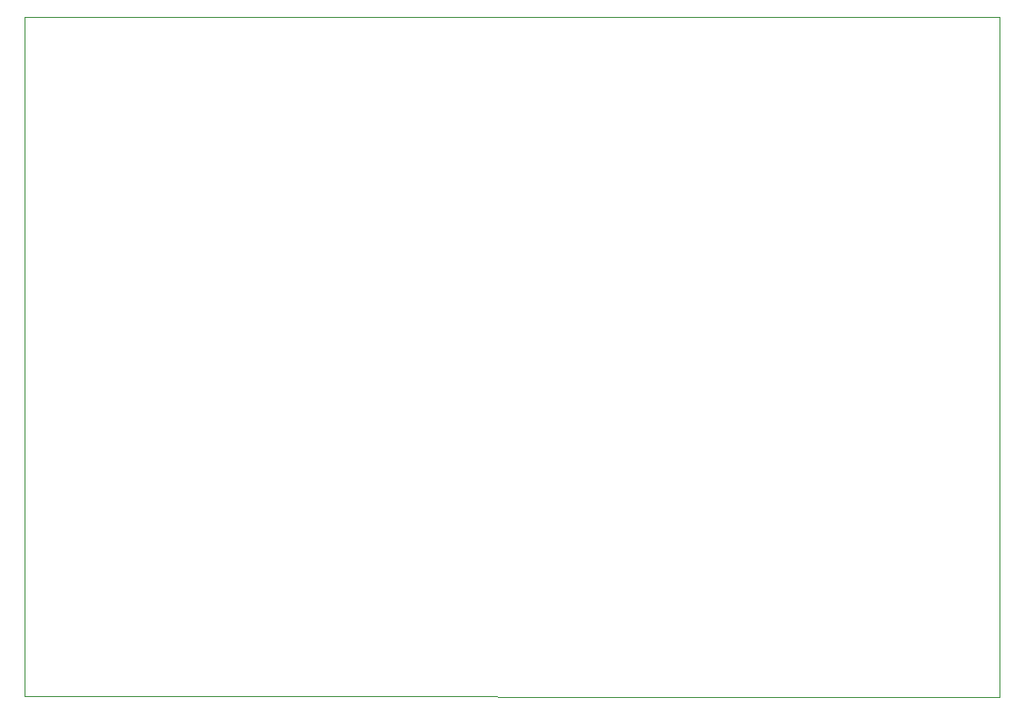
<source format=gbr>
%TF.GenerationSoftware,KiCad,Pcbnew,(5.99.0-3293-g62433736b)*%
%TF.CreationDate,2020-10-14T19:58:00+07:00*%
%TF.ProjectId,C21_board,4332315f-626f-4617-9264-2e6b69636164,rev?*%
%TF.SameCoordinates,Original*%
%TF.FileFunction,Profile,NP*%
%FSLAX46Y46*%
G04 Gerber Fmt 4.6, Leading zero omitted, Abs format (unit mm)*
G04 Created by KiCad (PCBNEW (5.99.0-3293-g62433736b)) date 2020-10-14 19:58:00*
%MOMM*%
%LPD*%
G01*
G04 APERTURE LIST*
%TA.AperFunction,Profile*%
%ADD10C,0.050000*%
%TD*%
G04 APERTURE END LIST*
D10*
X97750000Y-60000000D02*
X181550000Y-60000000D01*
X97000000Y-60000000D02*
X97750000Y-60000000D01*
X182030000Y-60000000D02*
X182500000Y-60000000D01*
X97000000Y-60000000D02*
X97000000Y-120000000D01*
X97000000Y-121100000D02*
X182500000Y-121125000D01*
X184560000Y-121125000D02*
X182500000Y-121125000D01*
X181550000Y-60000000D02*
X182030000Y-60000000D01*
X184520000Y-60005000D02*
X184560000Y-121125000D01*
X182500000Y-60000000D02*
X184520000Y-60005000D01*
X97000000Y-120000000D02*
X97000000Y-121100000D01*
M02*

</source>
